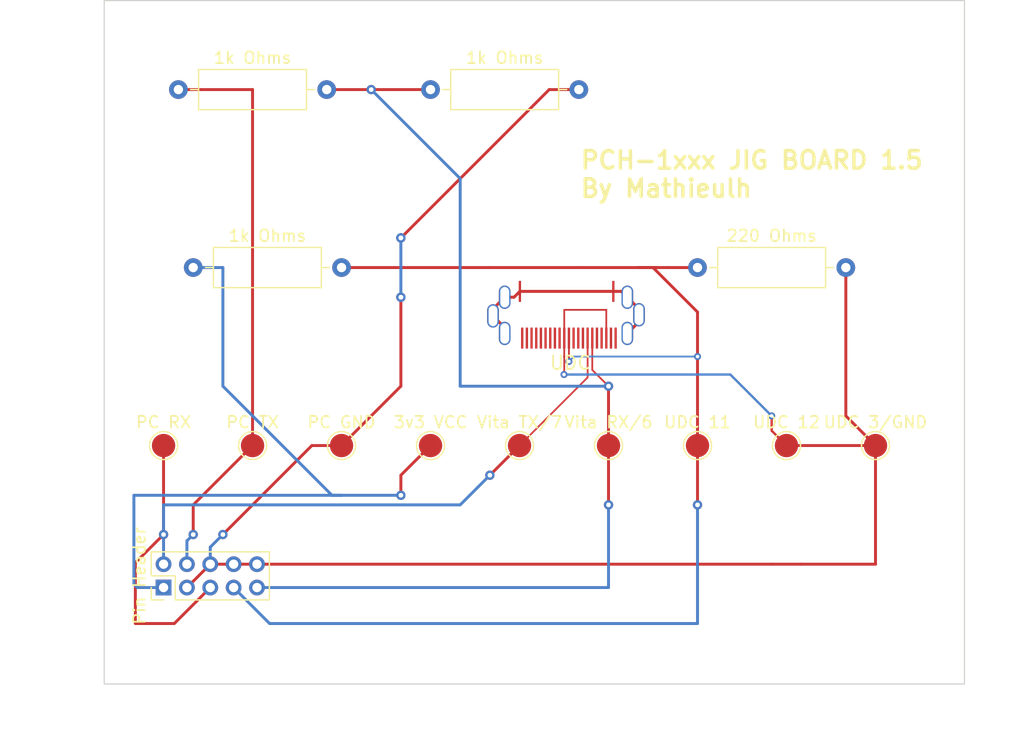
<source format=kicad_pcb>
(kicad_pcb (version 20221018) (generator pcbnew)
  (layers (0 "F.Cu" signal) (31 "B.Cu" signal) (34 "B.Paste" user) (35 "F.Paste" user) (36 "B.SilkS" user "B.Silkscreen") (37 "F.SilkS" user "F.Silkscreen") (38 "B.Mask" user) (39 "F.Mask" user) (44 "Edge.Cuts" user))
  (net 0 "")
  (footprint "TestPoint:TestPoint_Pad_D2.0mm" (layer "F.Cu") (at 67.31 68.58)
    (fp_text reference "Vita TX/7" (at 0 -1.998) (layer "F.SilkS"))
    (fp_text value "TestPoint_Pad_D2.0mm")
    (fp_circle (center 0 0) (end 0 1.2) (stroke (width 0.12)) (fill none) (layer "F.SilkS"))
    (pad "1" smd circle (at 0 0) (size 2 2) (layers "F.Cu" "F.Mask"))
  )
  (footprint "Resistor_THT:R_Axial_DIN0309_L9.0mm_D3.2mm_P12.70mm_Horizontal" (layer "F.Cu") (at 59.69 38.1)
    (fp_text reference "1k Ohms" (at 6.35 -2.72) (layer "F.SilkS"))
    (fp_text value "R_Axial_DIN0309_L9.0mm_D3.2mm_P12.70mm_Horizontal")
    (fp_line (start 1.04 0) (end 1.73 0) (stroke (width 0.12)) (layer "F.SilkS"))
    (fp_line (start 1.73 -1.72) (end 1.73 1.72) (stroke (width 0.12)) (layer "F.SilkS"))
    (fp_line (start 1.73 1.72) (end 10.97 1.72) (stroke (width 0.12)) (layer "F.SilkS"))
    (fp_line (start 10.97 -1.72) (end 1.73 -1.72) (stroke (width 0.12)) (layer "F.SilkS"))
    (fp_line (start 10.97 1.72) (end 10.97 -1.72) (stroke (width 0.12)) (layer "F.SilkS"))
    (fp_line (start 11.66 0) (end 10.97 0) (stroke (width 0.12)) (layer "F.SilkS"))
    (pad "1" thru_hole circle (at 0 0) (size 1.6 1.6) (drill 0.8) (layers "*.Cu" "*.Mask"))
    (pad "2" thru_hole oval (at 12.7 0) (size 1.6 1.6) (drill 0.8) (layers "*.Cu" "*.Mask"))
  )
  (footprint "TestPoint:TestPoint_Pad_D2.0mm" (layer "F.Cu") (at 44.45 68.58)
    (fp_text reference "PC TX" (at 0 -1.998) (layer "F.SilkS"))
    (fp_text value "TestPoint_Pad_D2.0mm")
    (fp_circle (center 0 0) (end 0 1.2) (stroke (width 0.12)) (fill none) (layer "F.SilkS"))
    (pad "1" smd circle (at 0 0) (size 2 2) (layers "F.Cu" "F.Mask"))
  )
  (footprint "TestPoint:TestPoint_Pad_D2.0mm" (layer "F.Cu") (at 90.17 68.58)
    (fp_text reference "UDC 12" (at 0 -1.998) (layer "F.SilkS"))
    (fp_text value "TestPoint_Pad_D2.0mm")
    (fp_circle (center 0 0) (end 0 1.2) (stroke (width 0.12)) (fill none) (layer "F.SilkS"))
    (pad "1" smd circle (at 0 0) (size 2 2) (layers "F.Cu" "F.Mask"))
  )
  (footprint "TestPoint:TestPoint_Pad_D2.0mm" (layer "F.Cu") (at 82.55 68.58)
    (fp_text reference "UDC 11" (at 0 -1.998) (layer "F.SilkS"))
    (fp_text value "TestPoint_Pad_D2.0mm")
    (fp_circle (center 0 0) (end 0 1.2) (stroke (width 0.12)) (fill none) (layer "F.SilkS"))
    (pad "1" smd circle (at 0 0) (size 2 2) (layers "F.Cu" "F.Mask"))
  )
  (footprint "easyeda:VITA_CONNECTOR" (layer "F.Cu") (at 76.54 58.98 180)
    (fp_text reference "UDC" (at 3.04 -2.52) (layer "F.SilkS") (effects (font (size 1.143 1.143) (thickness 0.152)) (justify right)))
    (fp_text value "Vita_Connector" hide)
    (pad "1" smd rect (at 1 -0.4 180) (size 0.2 1.8) (layers "F.Cu" "F.Paste" "F.Mask"))
    (pad "2" smd rect (at 1.4 -0.4 180) (size 0.2 1.8) (layers "F.Cu" "F.Paste" "F.Mask"))
    (pad "3" smd rect (at 1.8 -0.4 180) (size 0.2 1.8) (layers "F.Cu" "F.Paste" "F.Mask"))
    (pad "4" smd rect (at 2.2 -0.4 180) (size 0.2 1.8) (layers "F.Cu" "F.Paste" "F.Mask"))
    (pad "5" smd rect (at 2.6 -0.4 180) (size 0.2 1.8) (layers "F.Cu" "F.Paste" "F.Mask"))
    (pad "6" smd rect (at 3 -0.4 180) (size 0.2 1.8) (layers "F.Cu" "F.Paste" "F.Mask"))
    (pad "7" smd rect (at 3.4 -0.4 180) (size 0.2 1.8) (layers "F.Cu" "F.Paste" "F.Mask"))
    (pad "8" smd rect (at 3.8 -0.4 180) (size 0.2 1.8) (layers "F.Cu" "F.Paste" "F.Mask"))
    (pad "9" smd rect (at 4.2 -0.4 180) (size 0.2 1.8) (layers "F.Cu" "F.Paste" "F.Mask"))
    (pad "10" smd rect (at 4.6 -0.4 180) (size 0.2 1.8) (layers "F.Cu" "F.Paste" "F.Mask"))
    (pad "11" smd rect (at 5 -0.4 180) (size 0.2 1.8) (layers "F.Cu" "F.Paste" "F.Mask"))
    (pad "12" smd rect (at 5.4 -0.4 180) (size 0.2 1.8) (layers "F.Cu" "F.Paste" "F.Mask"))
    (pad "13" smd rect (at 5.8 -0.4 180) (size 0.2 1.8) (layers "F.Cu" "F.Paste" "F.Mask"))
    (pad "14" smd rect (at 6.2 -0.4 180) (size 0.2 1.8) (layers "F.Cu" "F.Paste" "F.Mask"))
    (pad "15" smd rect (at 6.6 -0.4 180) (size 0.2 1.8) (layers "F.Cu" "F.Paste" "F.Mask"))
    (pad "16" smd rect (at 7 -0.4 180) (size 0.2 1.8) (layers "F.Cu" "F.Paste" "F.Mask"))
    (pad "17" smd rect (at 7.4 -0.4 180) (size 0.2 1.8) (layers "F.Cu" "F.Paste" "F.Mask"))
    (pad "18" smd rect (at 7.8 -0.4 180) (size 0.2 1.8) (layers "F.Cu" "F.Paste" "F.Mask"))
    (pad "19" smd rect (at 8.2 -0.4 180) (size 0.2 1.8) (layers "F.Cu" "F.Paste" "F.Mask"))
    (pad "20" smd rect (at 8.6 -0.4 180) (size 0.2 1.8) (layers "F.Cu" "F.Paste" "F.Mask"))
    (pad "21" smd rect (at 9 -0.4 180) (size 0.2 1.8) (layers "F.Cu" "F.Paste" "F.Mask"))
    (pad "22" smd rect (at 1.2 3.6 180) (size 0.2 1.8) (layers "F.Cu" "F.Paste" "F.Mask"))
    (pad "23" smd rect (at 9.2 3.6 180) (size 0.2 1.8) (layers "F.Cu" "F.Paste" "F.Mask"))
    (pad "24" thru_hole oval (at 0 0 180) (size 1 2) (drill oval 0.75 1.75) (layers "*.Cu" "*.Paste" "*.Mask"))
    (pad "25" thru_hole oval (at 0 3.1 180) (size 1 2) (drill oval 0.75 1.75) (layers "*.Cu" "*.Paste" "*.Mask"))
    (pad "26" thru_hole oval (at -1 1.6 180) (size 1 2) (drill oval 0.75 1.75) (layers "*.Cu" "*.Paste" "*.Mask"))
    (pad "27" thru_hole oval (at 10.5 3.1 180) (size 1 2) (drill oval 0.75 1.75) (layers "*.Cu" "*.Paste" "*.Mask"))
    (pad "28" thru_hole oval (at 10.5 0 180) (size 1 2) (drill oval 0.75 1.75) (layers "*.Cu" "*.Paste" "*.Mask"))
    (pad "29" thru_hole oval (at 11.5 1.5 180) (size 1 2) (drill oval 0.75 1.75) (layers "*.Cu" "*.Paste" "*.Mask"))
  )
  (footprint "TestPoint:TestPoint_Pad_D2.0mm" (layer "F.Cu") (at 74.93 68.58)
    (fp_text reference "Vita RX/6" (at 0 -1.998) (layer "F.SilkS"))
    (fp_text value "TestPoint_Pad_D2.0mm")
    (fp_circle (center 0 0) (end 0 1.2) (stroke (width 0.12)) (fill none) (layer "F.SilkS"))
    (pad "1" smd circle (at 0 0) (size 2 2) (layers "F.Cu" "F.Mask"))
  )
  (footprint "TestPoint:TestPoint_Pad_D2.0mm" (layer "F.Cu") (at 36.83 68.58)
    (fp_text reference "PC RX" (at 0 -1.998) (layer "F.SilkS"))
    (fp_text value "TestPoint_Pad_D2.0mm")
    (fp_circle (center 0 0) (end 0 1.2) (stroke (width 0.12)) (fill none) (layer "F.SilkS"))
    (pad "1" smd circle (at 0 0) (size 2 2) (layers "F.Cu" "F.Mask"))
  )
  (footprint "TestPoint:TestPoint_Pad_D2.0mm" (layer "F.Cu") (at 97.79 68.58)
    (fp_text reference "UDC 3/GND" (at 0 -1.998) (layer "F.SilkS"))
    (fp_text value "TestPoint_Pad_D2.0mm")
    (fp_circle (center 0 0) (end 0 1.2) (stroke (width 0.12)) (fill none) (layer "F.SilkS"))
    (pad "1" smd circle (at 0 0) (size 2 2) (layers "F.Cu" "F.Mask"))
  )
  (footprint "TestPoint:TestPoint_Pad_D2.0mm" (layer "F.Cu") (at 59.69 68.58)
    (fp_text reference "3v3 VCC" (at 0 -1.998) (layer "F.SilkS"))
    (fp_text value "TestPoint_Pad_D2.0mm")
    (fp_circle (center 0 0) (end 0 1.2) (stroke (width 0.12)) (fill none) (layer "F.SilkS"))
    (pad "1" smd circle (at 0 0) (size 2 2) (layers "F.Cu" "F.Mask"))
  )
  (footprint "Resistor_THT:R_Axial_DIN0309_L9.0mm_D3.2mm_P12.70mm_Horizontal" (layer "F.Cu") (at 82.55 53.34)
    (fp_text reference "220 Ohms" (at 6.35 -2.72) (layer "F.SilkS"))
    (fp_text value "R_Axial_DIN0309_L9.0mm_D3.2mm_P12.70mm_Horizontal")
    (fp_line (start 1.04 0) (end 1.73 0) (stroke (width 0.12)) (layer "F.SilkS"))
    (fp_line (start 1.73 -1.72) (end 1.73 1.72) (stroke (width 0.12)) (layer "F.SilkS"))
    (fp_line (start 1.73 1.72) (end 10.97 1.72) (stroke (width 0.12)) (layer "F.SilkS"))
    (fp_line (start 10.97 -1.72) (end 1.73 -1.72) (stroke (width 0.12)) (layer "F.SilkS"))
    (fp_line (start 10.97 1.72) (end 10.97 -1.72) (stroke (width 0.12)) (layer "F.SilkS"))
    (fp_line (start 11.66 0) (end 10.97 0) (stroke (width 0.12)) (layer "F.SilkS"))
    (pad "1" thru_hole circle (at 0 0) (size 1.6 1.6) (drill 0.8) (layers "*.Cu" "*.Mask"))
    (pad "2" thru_hole oval (at 12.7 0) (size 1.6 1.6) (drill 0.8) (layers "*.Cu" "*.Mask"))
  )
  (footprint "TestPoint:TestPoint_Pad_D2.0mm" (layer "F.Cu") (at 52.07 68.58)
    (fp_text reference "PC GND" (at 0 -1.998) (layer "F.SilkS"))
    (fp_text value "TestPoint_Pad_D2.0mm")
    (fp_circle (center 0 0) (end 0 1.2) (stroke (width 0.12)) (fill none) (layer "F.SilkS"))
    (pad "1" smd circle (at 0 0) (size 2 2) (layers "F.Cu" "F.Mask"))
  )
  (footprint "Resistor_THT:R_Axial_DIN0309_L9.0mm_D3.2mm_P12.70mm_Horizontal" (layer "F.Cu") (at 39.37 53.34)
    (fp_text reference "1k Ohms" (at 6.35 -2.72) (layer "F.SilkS"))
    (fp_text value "R_Axial_DIN0309_L9.0mm_D3.2mm_P12.70mm_Horizontal")
    (fp_line (start 1.04 0) (end 1.73 0) (stroke (width 0.12)) (layer "F.SilkS"))
    (fp_line (start 1.73 -1.72) (end 1.73 1.72) (stroke (width 0.12)) (layer "F.SilkS"))
    (fp_line (start 1.73 1.72) (end 10.97 1.72) (stroke (width 0.12)) (layer "F.SilkS"))
    (fp_line (start 10.97 -1.72) (end 1.73 -1.72) (stroke (width 0.12)) (layer "F.SilkS"))
    (fp_line (start 10.97 1.72) (end 10.97 -1.72) (stroke (width 0.12)) (layer "F.SilkS"))
    (fp_line (start 11.66 0) (end 10.97 0) (stroke (width 0.12)) (layer "F.SilkS"))
    (pad "1" thru_hole circle (at 0 0) (size 1.6 1.6) (drill 0.8) (layers "*.Cu" "*.Mask"))
    (pad "2" thru_hole oval (at 12.7 0) (size 1.6 1.6) (drill 0.8) (layers "*.Cu" "*.Mask"))
  )
  (footprint "Resistor_THT:R_Axial_DIN0309_L9.0mm_D3.2mm_P12.70mm_Horizontal" (layer "F.Cu") (at 38.1 38.1)
    (fp_text reference "1k Ohms" (at 6.35 -2.72) (layer "F.SilkS"))
    (fp_text value "R_Axial_DIN0309_L9.0mm_D3.2mm_P12.70mm_Horizontal")
    (fp_line (start 1.04 0) (end 1.73 0) (stroke (width 0.12)) (layer "F.SilkS"))
    (fp_line (start 1.73 -1.72) (end 1.73 1.72) (stroke (width 0.12)) (layer "F.SilkS"))
    (fp_line (start 1.73 1.72) (end 10.97 1.72) (stroke (width 0.12)) (layer "F.SilkS"))
    (fp_line (start 10.97 -1.72) (end 1.73 -1.72) (stroke (width 0.12)) (layer "F.SilkS"))
    (fp_line (start 10.97 1.72) (end 10.97 -1.72) (stroke (width 0.12)) (layer "F.SilkS"))
    (fp_line (start 11.66 0) (end 10.97 0) (stroke (width 0.12)) (layer "F.SilkS"))
    (pad "1" thru_hole circle (at 0 0) (size 1.6 1.6) (drill 0.8) (layers "*.Cu" "*.Mask"))
    (pad "2" thru_hole oval (at 12.7 0) (size 1.6 1.6) (drill 0.8) (layers "*.Cu" "*.Mask"))
  )
  (footprint "Connector_PinHeader_2.00mm:PinHeader_2x05_P2.00mm_Vertical" (layer "F.Cu") (at 36.83 80.74 90)
    (fp_text reference "Pin Header" (at 1 -2.06 90) (layer "F.SilkS"))
    (fp_text value "PinHeader_2x05_P2.00mm_Vertical")
    (fp_line (start -1.06 -1.06) (end 0 -1.06) (stroke (width 0.12)) (layer "F.SilkS"))
    (fp_line (start -1.06 0) (end -1.06 -1.06) (stroke (width 0.12)) (layer "F.SilkS"))
    (fp_line (start -1.06 1) (end -1.06 9.06) (stroke (width 0.12)) (layer "F.SilkS"))
    (fp_line (start -1.06 1) (end 1 1) (stroke (width 0.12)) (layer "F.SilkS"))
    (fp_line (start -1.06 9.06) (end 3.06 9.06) (stroke (width 0.12)) (layer "F.SilkS"))
    (fp_line (start 1 -1.06) (end 3.06 -1.06) (stroke (width 0.12)) (layer "F.SilkS"))
    (fp_line (start 1 1) (end 1 -1.06) (stroke (width 0.12)) (layer "F.SilkS"))
    (fp_line (start 3.06 -1.06) (end 3.06 9.06) (stroke (width 0.12)) (layer "F.SilkS"))
    (pad "1" thru_hole rect (at 0 0 90) (size 1.35 1.35) (drill 0.8) (layers "*.Cu" "*.Mask"))
    (pad "2" thru_hole oval (at 2 0 90) (size 1.35 1.35) (drill 0.8) (layers "*.Cu" "*.Mask"))
    (pad "3" thru_hole oval (at 0 2 90) (size 1.35 1.35) (drill 0.8) (layers "*.Cu" "*.Mask"))
    (pad "4" thru_hole oval (at 2 2 90) (size 1.35 1.35) (drill 0.8) (layers "*.Cu" "*.Mask"))
    (pad "5" thru_hole oval (at 0 4 90) (size 1.35 1.35) (drill 0.8) (layers "*.Cu" "*.Mask"))
    (pad "6" thru_hole oval (at 2 4 90) (size 1.35 1.35) (drill 0.8) (layers "*.Cu" "*.Mask"))
    (pad "7" thru_hole oval (at 0 6 90) (size 1.35 1.35) (drill 0.8) (layers "*.Cu" "*.Mask"))
    (pad "8" thru_hole oval (at 2 6 90) (size 1.35 1.35) (drill 0.8) (layers "*.Cu" "*.Mask"))
    (pad "9" thru_hole oval (at 0 8 90) (size 1.35 1.35) (drill 0.8) (layers "*.Cu" "*.Mask"))
    (pad "10" thru_hole oval (at 2 8 90) (size 1.35 1.35) (drill 0.8) (layers "*.Cu" "*.Mask"))
  )
  (gr_rect (start 31.75 30.48) (end 105.41 89) (stroke (width 0.1)) (fill none) (layer "Edge.Cuts"))
  (gr_text "PCH-1xxx JIG BOARD 1.5\nBy Mathieulh" (at 72.39 47.44) (layer "F.SilkS") (effects (font (size 1.5 1.5) (thickness 0.3) bold) (justify left bottom)))
  (segment (start 82.55 53.34) (end 80.01 53.34) (width 0.25) (layer "F.Cu") (net 0))
  (segment (start 88.9 78.74) (end 44.83 78.74) (width 0.25) (layer "F.Cu") (net 0))
  (segment (start 69.85 38.1) (end 72.39 38.1) (width 0.25) (layer "F.Cu") (net 0))
  (segment (start 95.25 53.34) (end 95.25 66.04) (width 0.25) (layer "F.Cu") (net 0))
  (segment (start 97.79 78.74) (end 91.44 78.74) (width 0.25) (layer "F.Cu") (net 0))
  (segment (start 66.04 58.48) (end 66.04 58.98) (width 0.254) (layer "F.Cu") (net 0))
  (segment (start 95.25 66.04) (end 97.79 68.58) (width 0.25) (layer "F.Cu") (net 0))
  (segment (start 74.93 73.66) (end 74.93 68.58) (width 0.25) (layer "F.Cu") (net 0))
  (segment (start 77.54 57.98) (end 77.54 57.38) (width 0.254) (layer "F.Cu") (net 0))
  (segment (start 54.61 38.1) (end 59.69 38.1) (width 0.25) (layer "F.Cu") (net 0))
  (segment (start 71.14 59.38) (end 71.14 60.94) (width 0.15) (layer "F.Cu") (net 0))
  (segment (start 44.45 68.58) (end 44.45 38.1) (width 0.25) (layer "F.Cu") (net 0))
  (segment (start 97.79 68.58) (end 97.79 78.74) (width 0.25) (layer "F.Cu") (net 0))
  (segment (start 67.34 55.38) (end 66.84 55.88) (width 0.254) (layer "F.Cu") (net 0))
  (segment (start 52.07 68.58) (end 57.15 63.5) (width 0.25) (layer "F.Cu") (net 0))
  (segment (start 64.77 53.34) (end 72.39 53.34) (width 0.25) (layer "F.Cu") (net 0))
  (segment (start 34.415 83.82) (end 37.75 83.82) (width 0.25) (layer "F.Cu") (net 0))
  (segment (start 73.54 59.38) (end 73.54 62.11) (width 0.15) (layer "F.Cu") (net 0))
  (segment (start 73.14 59.38) (end 73.14 62.75) (width 0.15) (layer "F.Cu") (net 0))
  (segment (start 65.04 57.48) (end 66.04 58.48) (width 0.254) (layer "F.Cu") (net 0))
  (segment (start 49.53 68.58) (end 52.07 68.58) (width 0.25) (layer "F.Cu") (net 0))
  (segment (start 57.15 71.12) (end 59.69 68.58) (width 0.25) (layer "F.Cu") (net 0))
  (segment (start 34.415 78.615) (end 34.415 83.82) (width 0.25) (layer "F.Cu") (net 0))
  (segment (start 38.83 80.74) (end 40.83 78.74) (width 0.25) (layer "F.Cu") (net 0))
  (segment (start 66.84 55.88) (end 66.04 55.88) (width 0.254) (layer "F.Cu") (net 0))
  (segment (start 36.83 76.2) (end 34.415 78.615) (width 0.25) (layer "F.Cu") (net 0))
  (segment (start 36.83 73.66) (end 36.83 68.58) (width 0.25) (layer "F.Cu") (net 0))
  (segment (start 71.14 60.98) (end 71.14 62.5) (width 0.15) (layer "F.Cu") (net 0))
  (segment (start 57.15 63.5) (end 57.15 55.88) (width 0.25) (layer "F.Cu") (net 0))
  (segment (start 82.55 73.66) (end 82.55 68.58) (width 0.25) (layer "F.Cu") (net 0))
  (segment (start 90.17 68.58) (end 97.79 68.58) (width 0.25) (layer "F.Cu") (net 0))
  (segment (start 65.04 56.88) (end 65.04 57.48) (width 0.254) (layer "F.Cu") (net 0))
  (segment (start 77.54 56.88) (end 77.54 57.38) (width 0.254) (layer "F.Cu") (net 0))
  (segment (start 76.54 58.98) (end 77.54 57.98) (width 0.254) (layer "F.Cu") (net 0))
  (segment (start 41.91 76.2) (end 49.53 68.58) (width 0.25) (layer "F.Cu") (net 0))
  (segment (start 71.54 59.38) (end 71.54 61.38) (width 0.15) (layer "F.Cu") (net 0))
  (segment (start 44.45 38.1) (end 38.1 38.1) (width 0.25) (layer "F.Cu") (net 0))
  (segment (start 78.74 53.34) (end 79.19 53.34) (width 0.25) (layer "F.Cu") (net 0))
  (segment (start 37.75 83.82) (end 40.83 80.74) (width 0.25) (layer "F.Cu") (net 0))
  (segment (start 74.93 63.5) (end 74.93 68.58) (width 0.25) (layer "F.Cu") (net 0))
  (segment (start 73.54 62.11) (end 74.93 63.5) (width 0.15) (layer "F.Cu") (net 0))
  (segment (start 39.37 73.66) (end 44.45 68.58) (width 0.25) (layer "F.Cu") (net 0))
  (segment (start 57.15 72.84) (end 57.15 71.12) (width 0.25) (layer "F.Cu") (net 0))
  (segment (start 88.9 66.04) (end 88.9 67.31) (width 0.2) (layer "F.Cu") (net 0))
  (segment (start 36.83 76.2) (end 36.83 73.66) (width 0.25) (layer "F.Cu") (net 0))
  (segment (start 77.47 53.34) (end 80.01 53.34) (width 0.25) (layer "F.Cu") (net 0))
  (segment (start 64.77 71.12) (end 67.31 68.58) (width 0.25) (layer "F.Cu") (net 0))
  (segment (start 76.04 55.38) (end 75.34 55.38) (width 0.254) (layer "F.Cu") (net 0))
  (segment (start 91.44 78.74) (end 88.9 78.74) (width 0.25) (layer "F.Cu") (net 0))
  (segment (start 71.14 60.94) (end 71.12 60.96) (width 0.15) (layer "F.Cu") (net 0))
  (segment (start 82.55 57.15) (end 82.55 68.58) (width 0.25) (layer "F.Cu") (net 0))
  (segment (start 42.83 78.74) (end 40.83 78.74) (width 0.25) (layer "F.Cu") (net 0))
  (segment (start 72.39 53.34) (end 78.74 53.34) (width 0.25) (layer "F.Cu") (net 0))
  (segment (start 54.61 38.1) (end 50.8 38.1) (width 0.25) (layer "F.Cu") (net 0))
  (segment (start 52.07 53.34) (end 64.77 53.34) (width 0.25) (layer "F.Cu") (net 0))
  (segment (start 76.54 55.88) (end 77.54 56.88) (width 0.254) (layer "F.Cu") (net 0))
  (segment (start 66.04 55.88) (end 65.04 56.88) (width 0.254) (layer "F.Cu") (net 0))
  (segment (start 39.37 76.2) (end 39.37 73.66) (width 0.25) (layer "F.Cu") (net 0))
  (segment (start 44.83 78.74) (end 42.83 78.74) (width 0.25) (layer "F.Cu") (net 0))
  (segment (start 57.15 50.8) (end 69.85 38.1) (width 0.25) (layer "F.Cu") (net 0))
  (segment (start 78.74 53.34) (end 82.55 57.15) (width 0.25) (layer "F.Cu") (net 0))
  (segment (start 75.34 55.38) (end 67.34 55.38) (width 0.254) (layer "F.Cu") (net 0))
  (segment (start 76.54 55.88) (end 76.04 55.38) (width 0.254) (layer "F.Cu") (net 0))
  (segment (start 71.12 60.96) (end 71.14 60.98) (width 0.15) (layer "F.Cu") (net 0))
  (segment (start 88.9 67.31) (end 90.17 68.58) (width 0.2) (layer "F.Cu") (net 0))
  (segment (start 74.74 56.96) (end 71.14 56.96) (width 0.15) (layer "F.Cu") (net 0))
  (segment (start 74.74 59.38) (end 74.74 56.96) (width 0.15) (layer "F.Cu") (net 0))
  (segment (start 71.14 59.38) (end 71.14 56.96) (width 0.15) (layer "F.Cu") (net 0))
  (segment (start 73.14 62.75) (end 67.31 68.58) (width 0.15) (layer "F.Cu") (net 0))
  (via (at 82.55 73.66) (size 0.8) (drill 0.4) (layers "F.Cu" "B.Cu") (net 0))
  (via (at 71.54 61.38) (size 0.6) (drill 0.3) (layers "F.Cu" "B.Cu") (net 0))
  (via (at 54.61 38.1) (size 0.8) (drill 0.4) (layers "F.Cu" "B.Cu") (net 0))
  (via (at 74.93 73.66) (size 0.8) (drill 0.4) (layers "F.Cu" "B.Cu") (net 0))
  (via (at 57.15 72.84) (size 0.8) (drill 0.4) (layers "F.Cu" "B.Cu") (net 0))
  (via (at 57.15 55.88) (size 0.8) (drill 0.4) (layers "F.Cu" "B.Cu") (net 0))
  (via (at 71.12 62.5) (size 0.6) (drill 0.3) (layers "F.Cu" "B.Cu") (net 0))
  (via (at 57.15 50.8) (size 0.8) (drill 0.4) (layers "F.Cu" "B.Cu") (net 0))
  (via (at 39.37 76.2) (size 0.8) (drill 0.4) (layers "F.Cu" "B.Cu") (net 0))
  (via (at 88.9 66.04) (size 0.6) (drill 0.3) (layers "F.Cu" "B.Cu") (net 0))
  (via (at 36.83 76.2) (size 0.8) (drill 0.4) (layers "F.Cu" "B.Cu") (net 0))
  (via (at 57.15 50.8) (size 0.8) (drill 0.4) (layers "F.Cu" "B.Cu") (net 0))
  (via (at 57.15 55.88) (size 0.8) (drill 0.4) (layers "F.Cu" "B.Cu") (net 0))
  (via (at 41.91 76.2) (size 0.8) (drill 0.4) (layers "F.Cu" "B.Cu") (net 0))
  (via (at 64.77 71.12) (size 0.8) (drill 0.4) (layers "F.Cu" "B.Cu") (net 0))
  (via (at 82.55 60.96) (size 0.6) (drill 0.3) (layers "F.Cu" "B.Cu") (net 0))
  (via (at 74.93 63.5) (size 0.8) (drill 0.4) (layers "F.Cu" "B.Cu") (net 0))
  (segment (start 45.91 83.82) (end 42.83 80.74) (width 0.25) (layer "B.Cu") (net 0))
  (segment (start 52.07 72.84) (end 57.15 72.84) (width 0.25) (layer "B.Cu") (net 0))
  (segment (start 40.83 77.28) (end 40.83 78.74) (width 0.25) (layer "B.Cu") (net 0))
  (segment (start 36.83 76.2) (end 36.83 78.74) (width 0.25) (layer "B.Cu") (net 0))
  (segment (start 38.83 76.74) (end 38.83 78.74) (width 0.25) (layer "B.Cu") (net 0))
  (segment (start 74.93 80.74) (end 44.83 80.74) (width 0.25) (layer "B.Cu") (net 0))
  (segment (start 36.83 76.2) (end 36.83 73.66) (width 0.25) (layer "B.Cu") (net 0))
  (segment (start 54.61 38.1) (end 62.23 45.72) (width 0.25) (layer "B.Cu") (net 0))
  (segment (start 39.37 76.2) (end 38.83 76.74) (width 0.25) (layer "B.Cu") (net 0))
  (segment (start 51.25 72.84) (end 52.07 72.84) (width 0.25) (layer "B.Cu") (net 0))
  (segment (start 62.23 63.5) (end 74.93 63.5) (width 0.25) (layer "B.Cu") (net 0))
  (segment (start 57.15 55.88) (end 57.15 50.8) (width 0.25) (layer "B.Cu") (net 0))
  (segment (start 81.28 60.96) (end 82.55 60.96) (width 0.15) (layer "B.Cu") (net 0))
  (segment (start 41.91 76.2) (end 40.83 77.28) (width 0.25) (layer "B.Cu") (net 0))
  (segment (start 85.36 62.5) (end 88.9 66.04) (width 0.2) (layer "B.Cu") (net 0))
  (segment (start 71.96 60.96) (end 81.28 60.96) (width 0.15) (layer "B.Cu") (net 0))
  (segment (start 36.83 73.66) (end 62.23 73.66) (width 0.25) (layer "B.Cu") (net 0))
  (segment (start 74.93 73.66) (end 74.93 80.74) (width 0.25) (layer "B.Cu") (net 0))
  (segment (start 39.37 53.34) (end 41.91 53.34) (width 0.25) (layer "B.Cu") (net 0))
  (segment (start 62.23 45.72) (end 62.23 63.5) (width 0.25) (layer "B.Cu") (net 0))
  (segment (start 34.29 72.84) (end 52.07 72.84) (width 0.25) (layer "B.Cu") (net 0))
  (segment (start 71.54 61.38) (end 71.96 60.96) (width 0.15) (layer "B.Cu") (net 0))
  (segment (start 82.55 83.82) (end 45.91 83.82) (width 0.25) (layer "B.Cu") (net 0))
  (segment (start 62.23 73.66) (end 64.77 71.12) (width 0.25) (layer "B.Cu") (net 0))
  (segment (start 34.57 80.74) (end 34.29 80.46) (width 0.25) (layer "B.Cu") (net 0))
  (segment (start 41.91 63.5) (end 51.25 72.84) (width 0.25) (layer "B.Cu") (net 0))
  (segment (start 41.91 53.34) (end 41.91 63.5) (width 0.25) (layer "B.Cu") (net 0))
  (segment (start 82.55 83.82) (end 82.55 73.66) (width 0.25) (layer "B.Cu") (net 0))
  (segment (start 34.29 80.46) (end 34.29 72.84) (width 0.25) (layer "B.Cu") (net 0))
  (segment (start 36.83 80.74) (end 34.57 80.74) (width 0.25) (layer "B.Cu") (net 0))
  (segment (start 71.12 62.5) (end 85.36 62.5) (width 0.2) (layer "B.Cu") (net 0))
)
</source>
